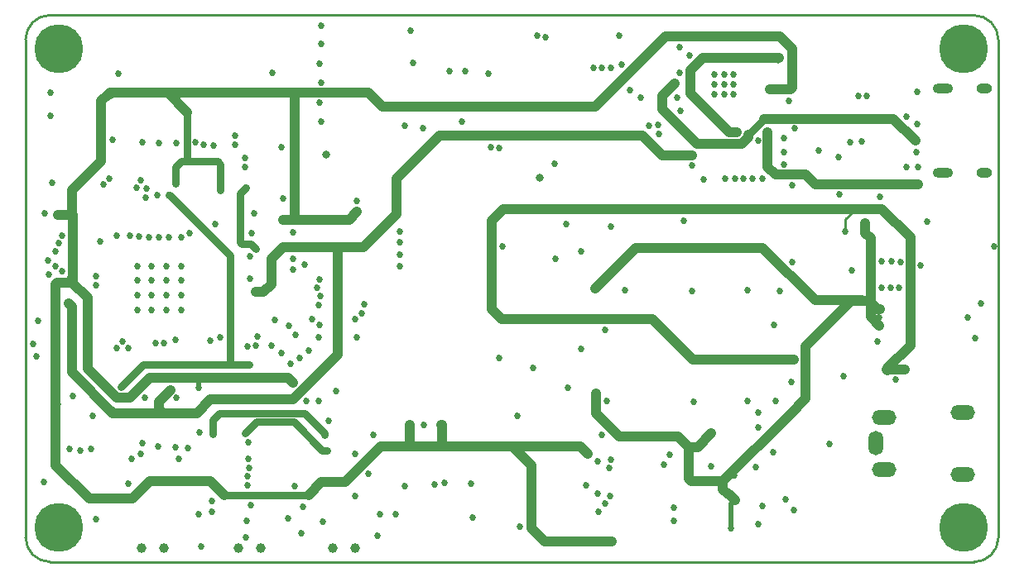
<source format=gbr>
%TF.GenerationSoftware,KiCad,Pcbnew,(6.0.4)*%
%TF.CreationDate,2023-03-22T18:48:27+03:00*%
%TF.ProjectId,mp3_test_board,6d70335f-7465-4737-945f-626f6172642e,rev?*%
%TF.SameCoordinates,Original*%
%TF.FileFunction,Copper,L2,Inr*%
%TF.FilePolarity,Positive*%
%FSLAX46Y46*%
G04 Gerber Fmt 4.6, Leading zero omitted, Abs format (unit mm)*
G04 Created by KiCad (PCBNEW (6.0.4)) date 2023-03-22 18:48:27*
%MOMM*%
%LPD*%
G01*
G04 APERTURE LIST*
%TA.AperFunction,Profile*%
%ADD10C,0.250000*%
%TD*%
%TA.AperFunction,ComponentPad*%
%ADD11C,1.000000*%
%TD*%
%TA.AperFunction,ComponentPad*%
%ADD12C,5.000000*%
%TD*%
%TA.AperFunction,ComponentPad*%
%ADD13C,0.800000*%
%TD*%
%TA.AperFunction,ComponentPad*%
%ADD14O,1.500000X2.500000*%
%TD*%
%TA.AperFunction,ComponentPad*%
%ADD15O,2.500000X1.500000*%
%TD*%
%TA.AperFunction,ComponentPad*%
%ADD16O,2.100000X1.000000*%
%TD*%
%TA.AperFunction,ComponentPad*%
%ADD17O,1.600000X1.000000*%
%TD*%
%TA.AperFunction,ViaPad*%
%ADD18C,0.685800*%
%TD*%
%TA.AperFunction,ViaPad*%
%ADD19C,0.800000*%
%TD*%
%TA.AperFunction,Conductor*%
%ADD20C,1.016000*%
%TD*%
%TA.AperFunction,Conductor*%
%ADD21C,1.000000*%
%TD*%
%TA.AperFunction,Conductor*%
%ADD22C,0.800000*%
%TD*%
%TA.AperFunction,Conductor*%
%ADD23C,0.762000*%
%TD*%
%TA.AperFunction,Conductor*%
%ADD24C,0.508000*%
%TD*%
%TA.AperFunction,Conductor*%
%ADD25C,0.127000*%
%TD*%
%TA.AperFunction,Conductor*%
%ADD26C,0.250000*%
%TD*%
G04 APERTURE END LIST*
D10*
X173460000Y-99250000D02*
G75*
G03*
X175960000Y-96750000I-100J2500100D01*
G01*
X175960000Y-45750000D02*
G75*
G03*
X173460000Y-43250000I-2500000J0D01*
G01*
X78967767Y-43232167D02*
G75*
G03*
X76467767Y-45732233I33J-2500033D01*
G01*
X76467767Y-45732233D02*
X76467767Y-96732233D01*
X78967767Y-99232233D02*
X173467767Y-99232233D01*
X175960000Y-96750000D02*
X175960000Y-45750000D01*
X173467767Y-43232233D02*
X78967767Y-43232233D01*
X76467767Y-96732233D02*
G75*
G03*
X78967767Y-99232233I2500033J33D01*
G01*
D11*
%TO.N,*%
%TO.C,SW7*%
X107850000Y-97852500D03*
X110150000Y-97852500D03*
%TD*%
%TO.N,*%
%TO.C,SW6*%
X100550000Y-97780000D03*
X98250000Y-97780000D03*
%TD*%
D12*
%TO.N,N/C*%
%TO.C,H4*%
X172400000Y-46700000D03*
D13*
X173725825Y-48025825D03*
X174275000Y-46700000D03*
X170525000Y-46700000D03*
X171074175Y-48025825D03*
X173725825Y-45374175D03*
X172400000Y-44825000D03*
X171074175Y-45374175D03*
X172400000Y-48575000D03*
%TD*%
%TO.N,N/C*%
%TO.C,H2*%
X79900000Y-48575000D03*
X81225825Y-45374175D03*
X78574175Y-45374175D03*
D12*
X79900000Y-46700000D03*
D13*
X79900000Y-44825000D03*
X81225825Y-48025825D03*
X81775000Y-46700000D03*
X78574175Y-48025825D03*
X78025000Y-46700000D03*
%TD*%
%TO.N,N/C*%
%TO.C,H1*%
X81225825Y-97025825D03*
X81775000Y-95700000D03*
X78574175Y-97025825D03*
D12*
X79900000Y-95700000D03*
D13*
X79900000Y-93825000D03*
X79900000Y-97575000D03*
X81225825Y-94374175D03*
X78025000Y-95700000D03*
X78574175Y-94374175D03*
%TD*%
D11*
%TO.N,*%
%TO.C,SW8*%
X88350000Y-97780000D03*
X90650000Y-97780000D03*
%TD*%
D13*
%TO.N,N/C*%
%TO.C,H3*%
X174275000Y-95700000D03*
X173725825Y-97025825D03*
X171074175Y-94374175D03*
X171074175Y-97025825D03*
D12*
X172400000Y-95700000D03*
D13*
X170525000Y-95700000D03*
X173725825Y-94374175D03*
X172400000Y-97575000D03*
X172400000Y-93825000D03*
%TD*%
D14*
%TO.N,GND*%
%TO.C,J2*%
X163395000Y-87100000D03*
D15*
%TO.N,unconnected-(J2-Pad2)*%
X164295000Y-84450000D03*
%TO.N,Net-(D10-Pad2)*%
X172295000Y-90300000D03*
X172295000Y-83900000D03*
%TO.N,Net-(D9-Pad2)*%
X164295000Y-89750000D03*
%TD*%
D16*
%TO.N,GND*%
%TO.C,P2*%
X170325000Y-59390000D03*
X170325000Y-50750000D03*
D17*
X174505000Y-50750000D03*
X174505000Y-59390000D03*
%TD*%
D18*
%TO.N,+3V3*%
X133961747Y-88173555D03*
X107042700Y-64123938D03*
X94301140Y-90939455D03*
X84800000Y-51400000D03*
X154722700Y-50803938D03*
X83641747Y-92880055D03*
X152550000Y-50800000D03*
X103721408Y-80873216D03*
X139200000Y-48100000D03*
X102800000Y-64200000D03*
X112946020Y-52603980D03*
X94190000Y-81420000D03*
X91780000Y-60500000D03*
X96371564Y-61171564D03*
X101862358Y-80364166D03*
X119011747Y-85198555D03*
X79509100Y-74303938D03*
X153689132Y-50800000D03*
X115741747Y-85189949D03*
X110363806Y-63391630D03*
X88461747Y-81043555D03*
X153689132Y-50800000D03*
X79905000Y-63695000D03*
X136425747Y-97171555D03*
X154533762Y-51995000D03*
X103806445Y-92393555D03*
%TO.N,GND*%
X151807700Y-93478938D03*
X87870000Y-70420000D03*
X117082700Y-54803938D03*
X90870000Y-68920000D03*
X95531747Y-94063555D03*
X98942700Y-58783938D03*
X103301747Y-94783555D03*
X79030000Y-53570000D03*
X79203364Y-60413938D03*
X148900000Y-49300000D03*
X164032700Y-71143938D03*
X83640000Y-94830000D03*
X78812700Y-69833938D03*
X81264747Y-82220055D03*
X88208280Y-60143328D03*
X153991747Y-55863555D03*
X163570000Y-76630000D03*
X148900000Y-50300000D03*
X94161747Y-94373555D03*
X167732462Y-58793700D03*
X114740000Y-68990000D03*
X134950400Y-88922876D03*
X90870000Y-73420000D03*
X151411747Y-85487555D03*
X154010000Y-57300000D03*
X98942700Y-57873938D03*
X138243761Y-50924999D03*
X173601638Y-76325000D03*
X83141747Y-87650555D03*
X175500000Y-66900000D03*
X106672700Y-44293938D03*
X114740000Y-66520000D03*
X150800000Y-60000000D03*
X77531747Y-78193555D03*
X137750000Y-71400421D03*
X112670000Y-94310000D03*
X106660000Y-54090000D03*
X151800000Y-60000000D03*
X114730000Y-67750000D03*
X90870000Y-70420000D03*
X167665900Y-51100000D03*
X161672700Y-51513938D03*
X162482700Y-51533938D03*
X135878600Y-82725370D03*
X165934700Y-68513938D03*
X87870000Y-71920000D03*
X135750000Y-75425000D03*
X149000000Y-60000000D03*
X148900000Y-51300000D03*
X92370000Y-73420000D03*
X92370000Y-70420000D03*
X164012700Y-68433938D03*
X116058762Y-48100000D03*
X164972700Y-71143938D03*
X146900000Y-49300000D03*
X124900000Y-78386638D03*
X165032700Y-68463938D03*
X160992700Y-69373938D03*
X105166842Y-82718650D03*
X88665115Y-82395115D03*
X106721747Y-50149600D03*
X87870000Y-68920000D03*
X146900000Y-51300000D03*
X106421747Y-82719150D03*
X114341747Y-94318555D03*
X103802700Y-69303938D03*
X90870000Y-71920000D03*
X91880000Y-82440000D03*
X79000000Y-51200000D03*
X160100500Y-80200000D03*
X123800000Y-49200000D03*
X103782700Y-65463938D03*
X102620000Y-56730000D03*
X103782700Y-68153938D03*
X77738032Y-74522857D03*
X147900000Y-51300000D03*
X92370000Y-71920000D03*
X144800000Y-82875000D03*
X155142700Y-54843938D03*
X153175000Y-82775000D03*
X168035500Y-68853938D03*
X106830000Y-95120000D03*
X146900000Y-50300000D03*
X139400000Y-51700000D03*
X78420000Y-63540000D03*
X125235000Y-66956238D03*
X99020000Y-96676555D03*
X168700000Y-64400000D03*
X106721747Y-46203555D03*
X87870000Y-73420000D03*
X108210000Y-81740000D03*
X135409747Y-86249555D03*
X89370000Y-70420000D03*
X162000000Y-56200000D03*
X86944149Y-91229149D03*
X151157747Y-89551555D03*
X150300000Y-82775000D03*
X135412700Y-48653938D03*
X149900000Y-60000000D03*
X133771747Y-91403555D03*
X153600000Y-71500000D03*
X165772700Y-71153938D03*
X159582700Y-57773938D03*
X148000000Y-60000000D03*
X147900000Y-49300000D03*
X82091747Y-87803555D03*
X143381747Y-46533555D03*
X101746200Y-49146200D03*
X106542700Y-48243938D03*
X136325000Y-64910000D03*
X94231747Y-85963555D03*
X78321747Y-91071745D03*
X85921400Y-49200000D03*
X89370000Y-73420000D03*
X115804381Y-44795619D03*
X95501747Y-92962400D03*
X147900000Y-50300000D03*
X136292700Y-48663938D03*
X151411747Y-95393555D03*
X85371747Y-56023555D03*
X101625371Y-77086891D03*
X103950000Y-91430000D03*
X114740000Y-65400000D03*
X117201747Y-85189949D03*
X134592700Y-48633938D03*
X146607700Y-89478938D03*
X150335000Y-71420000D03*
X107420000Y-84814155D03*
X94420000Y-97680000D03*
X163570000Y-76630000D03*
X89370000Y-68920000D03*
X85747828Y-77291808D03*
X154040967Y-58498576D03*
X106550000Y-52200000D03*
X144625000Y-71450000D03*
X102800000Y-62000000D03*
X89370000Y-71920000D03*
X92370000Y-68920000D03*
%TO.N,+1V8A*%
X99339147Y-79018736D03*
X86224321Y-81285679D03*
X91140719Y-61659100D03*
%TO.N,Net-(C5-Pad2)*%
X84467800Y-60592797D03*
X92388385Y-65976917D03*
%TO.N,Net-(C6-Pad2)*%
X85057836Y-59932782D03*
X93201747Y-65563555D03*
%TO.N,VBUS*%
X159252700Y-53873938D03*
X160242700Y-53873938D03*
X167472700Y-56093938D03*
X158232700Y-53893938D03*
X142843193Y-50244431D03*
%TO.N,+5VA*%
X157682100Y-72403600D03*
X148607700Y-95752276D03*
X162360000Y-65540000D03*
X134750000Y-71200000D03*
X163800000Y-74190000D03*
X163850000Y-73320000D03*
X149007700Y-92878938D03*
X154582700Y-84153938D03*
X146607700Y-86078938D03*
X163790000Y-75020000D03*
X134836200Y-82000000D03*
X148907700Y-90378938D03*
X163857747Y-61865555D03*
X162360000Y-64520000D03*
%TO.N,-5VA*%
X164651747Y-79583555D03*
X165452700Y-80523938D03*
X166402700Y-79553938D03*
X165472700Y-79533938D03*
X125154539Y-74382100D03*
X160290000Y-65350000D03*
X155050000Y-78550000D03*
X125300000Y-63075000D03*
%TO.N,Net-(C61-Pad1)*%
X141224102Y-55432536D03*
X143106209Y-51662961D03*
X140212700Y-54513938D03*
X141150000Y-54500000D03*
%TO.N,Net-(R53-Pad1)*%
X99400000Y-70200000D03*
X104972700Y-68753938D03*
%TO.N,VCC*%
X166902700Y-60563938D03*
X153512700Y-47633938D03*
X149182700Y-55203938D03*
X167702700Y-60563938D03*
X151411747Y-56093938D03*
X152312700Y-55233938D03*
X144439288Y-50765514D03*
X152302700Y-56053938D03*
%TO.N,Net-(C71-Pad2)*%
X172832700Y-74203938D03*
%TO.N,/SOC/SDC_D1*%
X88430000Y-56220000D03*
%TO.N,/SOC/SDC_D0*%
X90103854Y-56365910D03*
%TO.N,/SOC/SDC_CLK*%
X91852700Y-56303938D03*
X87822731Y-60940267D03*
%TO.N,/SOC/SDC_CMD*%
X93830000Y-56250000D03*
X88856230Y-60965924D03*
%TO.N,/SOC/SDC_D3*%
X88777366Y-61901661D03*
X94685717Y-56476951D03*
%TO.N,/SOC/SDC_D2*%
X89907331Y-61628569D03*
X95687115Y-56621476D03*
%TO.N,Net-(D10-Pad2)*%
X155082700Y-93953938D03*
X158682700Y-87153938D03*
%TO.N,Net-(D12-Pad1)*%
X126771747Y-84243555D03*
D19*
X129010000Y-59870000D03*
D18*
X130556000Y-58420000D03*
X127025302Y-95610000D03*
X104840000Y-93550000D03*
%TO.N,/SOC/LCD_RS*%
X103603143Y-78948866D03*
X110353230Y-76186770D03*
%TO.N,/SOC/LCD_WR*%
X106463868Y-76258911D03*
X102610679Y-77859321D03*
%TO.N,/SOC/LCD_RD*%
X103410000Y-75040000D03*
X106530000Y-74990000D03*
%TO.N,/SOC/LCD_D3*%
X101991564Y-74478436D03*
X105736110Y-74384100D03*
%TO.N,/SOC/LCD_D4*%
X110193653Y-74382875D03*
X104090000Y-75950000D03*
%TO.N,/SOC/LCD_D5*%
X110860000Y-73800000D03*
X105470000Y-77575900D03*
%TO.N,/SOC/LCD_D6*%
X104530000Y-78380000D03*
X111140000Y-72830000D03*
%TO.N,/SOC/LCD_D7*%
X106440000Y-72950000D03*
X100150000Y-76170000D03*
%TO.N,/SOC/LCD_D10*%
X100038217Y-77048215D03*
X106640154Y-72022937D03*
%TO.N,/SOC/LCD_D11*%
X106240000Y-71130000D03*
X99160000Y-77160000D03*
%TO.N,/SOC/LCD_D12*%
X106539408Y-70296864D03*
X96391747Y-76213555D03*
%TO.N,Net-(P2-PadA7)*%
X167590000Y-57280000D03*
X167650000Y-54370000D03*
%TO.N,/SOC/LCD_PWM*%
X99430000Y-67950895D03*
X121100000Y-54100000D03*
%TO.N,/SOC/KEYS*%
X77235847Y-76868518D03*
X99517247Y-93383094D03*
X99110000Y-95030000D03*
X104630000Y-96280000D03*
%TO.N,/SOC/FLASH_SPI_CS*%
X122191747Y-94648555D03*
X118281747Y-91278555D03*
X90111747Y-65993555D03*
%TO.N,Net-(R7-Pad1)*%
X112438694Y-96552500D03*
X154205747Y-92853555D03*
%TO.N,Net-(R10-Pad1)*%
X152935747Y-88027555D03*
%TO.N,Net-(R10-Pad2)*%
X154915724Y-60640400D03*
X151411747Y-83963555D03*
%TO.N,Net-(R11-Pad2)*%
X157563266Y-57108938D03*
%TO.N,Net-(R12-Pad2)*%
X159720000Y-61564338D03*
%TO.N,/SOC/USB_DM*%
X128800000Y-45300000D03*
X97882700Y-55603938D03*
X83690000Y-69940000D03*
X166532700Y-58753938D03*
%TO.N,/SOC/USB_DP*%
X97882700Y-56489241D03*
X83674963Y-70883250D03*
X129667090Y-45478652D03*
X166596256Y-53603826D03*
%TO.N,Net-(C41-Pad1)*%
X142740400Y-93682876D03*
X130647130Y-68187206D03*
%TO.N,Net-(C42-Pad1)*%
X131950000Y-81400000D03*
X142340400Y-88282876D03*
X128350000Y-79400000D03*
%TO.N,Net-(C43-Pad1)*%
X133299500Y-77403938D03*
X141740400Y-89282876D03*
%TO.N,Net-(C44-Pad1)*%
X142790400Y-95032876D03*
X131750000Y-64600000D03*
X133291500Y-67400000D03*
%TO.N,Net-(C49-Pad2)*%
X154915456Y-68551764D03*
X143808191Y-64328447D03*
%TO.N,Net-(C51-Pad2)*%
X153000000Y-75000000D03*
X154800000Y-80800000D03*
%TO.N,/NewDAC/I2C_SCL*%
X137432700Y-48253938D03*
X137189927Y-45311165D03*
X124069069Y-56729083D03*
X136332700Y-88753938D03*
X86998311Y-77326991D03*
%TO.N,/NewDAC/I2C_SDIN*%
X144400000Y-47400000D03*
X136133631Y-89616569D03*
X86390691Y-76683129D03*
X124896874Y-56840750D03*
%TO.N,/Power/AUDIO_PWR_EN*%
X174200000Y-72800000D03*
X95361747Y-76563555D03*
%TO.N,DEBUG_UART_RX*%
X121400000Y-49000000D03*
X99880000Y-63540000D03*
%TO.N,DEBUG_UART_TX*%
X119800000Y-49000000D03*
X99569393Y-65544814D03*
%TO.N,/SOC/FLASH_SPI_MOSI*%
X89081747Y-65963555D03*
X115221747Y-91464455D03*
%TO.N,/NewDAC/I2S_MCLK*%
X134971564Y-92271564D03*
X112020000Y-86220000D03*
%TO.N,/SOC/FLASH_SPI_HOLD*%
X85821747Y-65803555D03*
X110181747Y-92445455D03*
%TO.N,/SOC/FLASH_SPI_WP*%
X87101747Y-65833555D03*
X122011747Y-91208555D03*
%TO.N,/SOC/FLASH_SPI_CLK*%
X111543100Y-90188555D03*
X91151747Y-65993555D03*
%TO.N,/NewDAC/I2S_LRCK*%
X110160000Y-88150000D03*
X135030000Y-94135900D03*
X91820959Y-76471537D03*
%TO.N,/NewDAC/I2S_BCLK*%
X136273997Y-92485338D03*
X89725481Y-76798038D03*
%TO.N,/NewDAC/I2S_DIN*%
X135780000Y-93220000D03*
X90611862Y-76798038D03*
%TO.N,/Power/IRQ*%
X143345000Y-49105900D03*
X143442322Y-53022870D03*
%TO.N,+1V8B*%
X100000000Y-67200000D03*
X98967745Y-60942861D03*
%TO.N,+0V9*%
X145800000Y-60100000D03*
X144600000Y-57600000D03*
X91255092Y-81637264D03*
X82021747Y-80760955D03*
X80884847Y-72793555D03*
X100050955Y-71605900D03*
X144662700Y-58613938D03*
%TO.N,/SOC/FLASH_SPI_MISO*%
X88061747Y-65903555D03*
X119331747Y-91148555D03*
%TO.N,/Power/PWR_KEY*%
X95866195Y-64657643D03*
D19*
X107190000Y-57500000D03*
D18*
%TO.N,Net-(C76-Pad2)*%
X80920000Y-87650555D03*
X87270000Y-88716555D03*
%TO.N,Net-(C60-Pad1)*%
X107321747Y-87798555D03*
X98899644Y-86090356D03*
%TO.N,/SOC/WIFI_SDIO_CMD*%
X90001747Y-87383555D03*
X80234638Y-69480871D03*
X99307816Y-89588936D03*
%TO.N,/SOC/WIFI_SDIO_D0*%
X92165183Y-88690119D03*
X79523906Y-68953025D03*
X99277281Y-88704160D03*
%TO.N,/SOC/WIFI_SDIO_CLK*%
X78791009Y-68347125D03*
X91817721Y-87485785D03*
%TO.N,/SOC/WIFI_SDIO_D1*%
X79513004Y-67426584D03*
X93051747Y-87543555D03*
X99287165Y-86963756D03*
%TO.N,/SOC/WIFI_SDIO_D2*%
X88391747Y-87063555D03*
X99206024Y-90468367D03*
X79863989Y-66613829D03*
%TO.N,/SOC/WIFI_SDIO_D3*%
X80214973Y-65801075D03*
X88261747Y-88143555D03*
X99191747Y-91353555D03*
%TO.N,Net-(L1-Pad1)*%
X95568398Y-86095896D03*
X107029180Y-86257655D03*
%TO.N,Net-(P1-Pad38)*%
X115254264Y-54575502D03*
X110372700Y-62283938D03*
%TO.N,Net-(R13-Pad2)*%
X160842700Y-56233938D03*
%TO.N,/SOC/WIFI_REG_ON*%
X83365698Y-84269574D03*
X84089420Y-66383555D03*
%TD*%
D20*
%TO.N,+3V3*%
X102800000Y-64200000D02*
X109555436Y-64200000D01*
D21*
X81241747Y-70631747D02*
X79668253Y-70631747D01*
X79905000Y-63695000D02*
X81105000Y-63695000D01*
D22*
X96082700Y-58203938D02*
X92396062Y-58203938D01*
D23*
X92961995Y-57761995D02*
X92961995Y-55883000D01*
D21*
X94482358Y-80364166D02*
X89141136Y-80364166D01*
D24*
X94190000Y-80656524D02*
X94482358Y-80364166D01*
D21*
X82960000Y-92760000D02*
X79530000Y-89330000D01*
X81277538Y-70477538D02*
X81277538Y-63695000D01*
X101862358Y-80364166D02*
X103272358Y-80364166D01*
X79530000Y-89330000D02*
X79530000Y-86390000D01*
X85768687Y-82385679D02*
X87119623Y-82385679D01*
D22*
X91780000Y-58820000D02*
X91780000Y-60500000D01*
D20*
X84200000Y-52000000D02*
X84897580Y-51302420D01*
X103000000Y-51200000D02*
X111542040Y-51200000D01*
X119020000Y-85206808D02*
X119020000Y-87230000D01*
X119020000Y-87230000D02*
X118850000Y-87400000D01*
D21*
X82800000Y-72190000D02*
X82800000Y-79416992D01*
X115590000Y-87400000D02*
X115740000Y-87250000D01*
X101862358Y-80364166D02*
X94482358Y-80364166D01*
D25*
X96082700Y-58203938D02*
X95796062Y-58203938D01*
D21*
X112830000Y-87400000D02*
X113650000Y-87400000D01*
D20*
X136425747Y-97171555D02*
X133123747Y-97171555D01*
X133188192Y-87400000D02*
X133961747Y-88173555D01*
X112946020Y-52603980D02*
X134696020Y-52603980D01*
D21*
X105401747Y-92393555D02*
X106715302Y-91080000D01*
D20*
X128200000Y-95791238D02*
X128200000Y-89341238D01*
D21*
X89178762Y-90960000D02*
X87378762Y-92760000D01*
D20*
X152550000Y-50800000D02*
X154726638Y-50800000D01*
X85100000Y-51200000D02*
X91000000Y-51200000D01*
D25*
X114600000Y-87370000D02*
X114570000Y-87400000D01*
D20*
X128200000Y-89341238D02*
X126258762Y-87400000D01*
D25*
X113971747Y-87078253D02*
X113650000Y-87400000D01*
D21*
X82800000Y-79416992D02*
X85768687Y-82385679D01*
X81277538Y-63695000D02*
X79789101Y-63695000D01*
D22*
X96371564Y-58492802D02*
X96082700Y-58203938D01*
D21*
X79668253Y-70631747D02*
X79509100Y-70790900D01*
D20*
X119011747Y-85198555D02*
X119020000Y-85206808D01*
X91000000Y-51200000D02*
X103000000Y-51200000D01*
D23*
X92991747Y-53208253D02*
X92991747Y-55836742D01*
D21*
X81200000Y-61200000D02*
X84200000Y-58200000D01*
D20*
X91000000Y-51200000D02*
X93000000Y-53200000D01*
D22*
X92396062Y-58203938D02*
X91780000Y-58820000D01*
D21*
X114570000Y-87400000D02*
X113650000Y-87400000D01*
D20*
X111542040Y-51200000D02*
X112946020Y-52603980D01*
D21*
X89141136Y-80364166D02*
X88461747Y-81043555D01*
D22*
X96371564Y-61171564D02*
X96371564Y-58492802D01*
D20*
X134696020Y-52603980D02*
X139200000Y-48100000D01*
X109555436Y-64200000D02*
X110363806Y-63391630D01*
D21*
X87119623Y-82385679D02*
X88461747Y-81043555D01*
D20*
X126258762Y-87400000D02*
X133188192Y-87400000D01*
X129580317Y-97171555D02*
X128200000Y-95791238D01*
D21*
X154726638Y-50800000D02*
X154722700Y-50803938D01*
X115590000Y-87400000D02*
X118850000Y-87400000D01*
X95328192Y-90960000D02*
X89178762Y-90960000D01*
X115740000Y-85191696D02*
X115741747Y-85189949D01*
D25*
X85100000Y-51302420D02*
X85100000Y-51200000D01*
D24*
X79530000Y-83405302D02*
X79530000Y-86390000D01*
D21*
X96761747Y-92393555D02*
X95328192Y-90960000D01*
X114570000Y-87400000D02*
X115590000Y-87400000D01*
D25*
X93000000Y-55844995D02*
X92961995Y-55883000D01*
D24*
X79861747Y-83073555D02*
X79530000Y-83405302D01*
D21*
X154726638Y-50800000D02*
X154907598Y-50619040D01*
X81200000Y-63600000D02*
X81200000Y-61200000D01*
X79509100Y-74303938D02*
X79530000Y-74324838D01*
X79530000Y-74324838D02*
X79530000Y-86390000D01*
D24*
X94190000Y-81420000D02*
X94190000Y-80656524D01*
D21*
X87378762Y-92760000D02*
X82960000Y-92760000D01*
D25*
X79789101Y-63695000D02*
X79905000Y-63695000D01*
D23*
X96761747Y-92393555D02*
X105401747Y-92393555D01*
D21*
X106715302Y-91080000D02*
X109150000Y-91080000D01*
X109150000Y-91080000D02*
X112830000Y-87400000D01*
D25*
X104200000Y-51200000D02*
X103000000Y-51200000D01*
D20*
X104000000Y-63000000D02*
X104000000Y-51400000D01*
X141900000Y-45400000D02*
X139200000Y-48100000D01*
X154907598Y-46707598D02*
X153600000Y-45400000D01*
X84200000Y-58200000D02*
X84200000Y-52000000D01*
D21*
X84897580Y-51302420D02*
X85100000Y-51302420D01*
D23*
X92991747Y-55836742D02*
X93000000Y-55844995D01*
D20*
X153600000Y-45400000D02*
X141900000Y-45400000D01*
D21*
X115740000Y-87250000D02*
X115740000Y-85191696D01*
D20*
X104000000Y-64200000D02*
X104000000Y-63000000D01*
D25*
X94566952Y-80448760D02*
X94482358Y-80364166D01*
D20*
X102800000Y-64200000D02*
X104000000Y-64200000D01*
D21*
X81241747Y-70631747D02*
X82800000Y-72190000D01*
D23*
X93000000Y-53200000D02*
X92991747Y-53208253D01*
D21*
X104000000Y-51400000D02*
X104200000Y-51200000D01*
D20*
X133123747Y-97171555D02*
X129580317Y-97171555D01*
D21*
X81241747Y-70093555D02*
X81241747Y-70631747D01*
X81105000Y-63695000D02*
X81200000Y-63600000D01*
D26*
X92934995Y-55910000D02*
X92961995Y-55883000D01*
D21*
X103272358Y-80364166D02*
X103799911Y-80891719D01*
X118850000Y-87400000D02*
X126258762Y-87400000D01*
X79509100Y-70790900D02*
X79509100Y-74303938D01*
D20*
X154907598Y-50619040D02*
X154907598Y-46707598D01*
D25*
%TO.N,GND*%
X117241747Y-85083555D02*
X117241747Y-85173555D01*
D22*
%TO.N,+1V8A*%
X97400000Y-79000000D02*
X97400000Y-67850000D01*
X91209100Y-61659100D02*
X91140719Y-61659100D01*
X99339147Y-79018736D02*
X99320411Y-79000000D01*
X99320411Y-79000000D02*
X88510000Y-79000000D01*
X97400000Y-67850000D02*
X91209100Y-61659100D01*
X88510000Y-79000000D02*
X86224321Y-81285679D01*
D20*
%TO.N,VBUS*%
X167472700Y-56093938D02*
X165241896Y-53863134D01*
X141564214Y-51523410D02*
X141564214Y-52835452D01*
X141564214Y-52835452D02*
X145179084Y-56450322D01*
X145179084Y-56450322D02*
X149714980Y-56450322D01*
X158263504Y-53863134D02*
X158232700Y-53893938D01*
D23*
X150395747Y-55515555D02*
X152017364Y-53893938D01*
D20*
X142843193Y-50244431D02*
X141564214Y-51523410D01*
X150395747Y-55769555D02*
X150395747Y-55515555D01*
X152017364Y-53893938D02*
X158232700Y-53893938D01*
X165241896Y-53863134D02*
X158263504Y-53863134D01*
X149714980Y-56450322D02*
X150395747Y-55769555D01*
%TO.N,+5VA*%
X144550000Y-91000000D02*
X144250000Y-90700000D01*
X148363747Y-92345555D02*
X147800000Y-91781808D01*
X147800000Y-91781808D02*
X147800000Y-91000000D01*
D21*
X144282700Y-87502508D02*
X144282700Y-90667300D01*
X134836200Y-84036200D02*
X137200000Y-86400000D01*
X161949792Y-72403600D02*
X162079747Y-72533555D01*
D20*
X160880000Y-72490000D02*
X156215520Y-77154480D01*
X162890000Y-74120000D02*
X162890000Y-66070000D01*
X162770000Y-72490000D02*
X160880000Y-72490000D01*
X148474317Y-92345555D02*
X149007700Y-92878938D01*
X162360000Y-64520000D02*
X162360000Y-65540000D01*
D21*
X137200000Y-86400000D02*
X143180192Y-86400000D01*
D20*
X163850000Y-73320000D02*
X163600000Y-73320000D01*
D21*
X143180192Y-86400000D02*
X144282700Y-87502508D01*
X144282700Y-87502508D02*
X145184130Y-87502508D01*
D20*
X154582700Y-84217300D02*
X147800000Y-91000000D01*
D21*
X138896062Y-67053938D02*
X151862700Y-67053938D01*
X151862700Y-67053938D02*
X157212362Y-72403600D01*
X134750000Y-71200000D02*
X138896062Y-67053938D01*
D20*
X162890000Y-66070000D02*
X162360000Y-65540000D01*
D26*
X148363747Y-92345555D02*
X148474317Y-92345555D01*
D21*
X134836200Y-82000000D02*
X134836200Y-84036200D01*
X157212362Y-72403600D02*
X157682100Y-72403600D01*
D20*
X147800000Y-91000000D02*
X144550000Y-91000000D01*
D24*
X148607700Y-95752276D02*
X148607700Y-93278938D01*
D20*
X156215520Y-77154480D02*
X156215520Y-82521118D01*
X154582700Y-84153938D02*
X154582700Y-84217300D01*
D21*
X157682100Y-72403600D02*
X161949792Y-72403600D01*
D20*
X144350000Y-90800000D02*
X144250000Y-90700000D01*
X156215520Y-82521118D02*
X154582700Y-84153938D01*
D21*
X145184130Y-87502508D02*
X146607700Y-86078938D01*
D20*
X163790000Y-75020000D02*
X162890000Y-74120000D01*
X163600000Y-73320000D02*
X162770000Y-72490000D01*
D24*
X148607700Y-93278938D02*
X149007700Y-92878938D01*
D20*
%TO.N,-5VA*%
X161375000Y-63075000D02*
X164045000Y-63075000D01*
D26*
X160290000Y-64160000D02*
X161375000Y-63075000D01*
D20*
X124100000Y-73327561D02*
X124100000Y-64275000D01*
X140582100Y-74382100D02*
X144750000Y-78550000D01*
X164045000Y-63075000D02*
X166985100Y-66015100D01*
D26*
X160290000Y-65350000D02*
X160290000Y-64160000D01*
D20*
X166985100Y-66015100D02*
X166985100Y-77041538D01*
D24*
X164512700Y-79553938D02*
X164542317Y-79583555D01*
D20*
X164651747Y-79374891D02*
X164651747Y-79583555D01*
D24*
X164542317Y-79583555D02*
X164651747Y-79583555D01*
D20*
X125154539Y-74382100D02*
X124100000Y-73327561D01*
X166402700Y-79553938D02*
X164512700Y-79553938D01*
X125154539Y-74382100D02*
X140582100Y-74382100D01*
X144750000Y-78550000D02*
X155050000Y-78550000D01*
X166985100Y-77041538D02*
X164651747Y-79374891D01*
X125300000Y-63075000D02*
X161375000Y-63075000D01*
X124100000Y-64275000D02*
X125300000Y-63075000D01*
D21*
%TO.N,VCC*%
X144439288Y-50765514D02*
X144439288Y-51224050D01*
D20*
X144439288Y-51224050D02*
X148419176Y-55203938D01*
X145702700Y-47633938D02*
X153512700Y-47633938D01*
X157223938Y-60563938D02*
X167702700Y-60563938D01*
X156250000Y-59590000D02*
X157223938Y-60563938D01*
X144439288Y-48897350D02*
X145702700Y-47633938D01*
D25*
X153512700Y-47973938D02*
X153512700Y-47633938D01*
D20*
X148419176Y-55203938D02*
X149182700Y-55203938D01*
X152302700Y-56053938D02*
X152370000Y-56121238D01*
X152302700Y-56053938D02*
X152302700Y-55243938D01*
D25*
X153400000Y-48086638D02*
X153512700Y-47973938D01*
D20*
X152370000Y-58750000D02*
X153210000Y-59590000D01*
X144439288Y-50765514D02*
X144439288Y-48897350D01*
X153210000Y-59590000D02*
X156250000Y-59590000D01*
X152302700Y-55243938D02*
X152312700Y-55233938D01*
X152370000Y-56121238D02*
X152370000Y-58750000D01*
D23*
%TO.N,+1V8B*%
X98400000Y-66511808D02*
X98400000Y-61510606D01*
X99491555Y-66691555D02*
X98579747Y-66691555D01*
X100000000Y-67200000D02*
X99491555Y-66691555D01*
X98400000Y-61510606D02*
X98967745Y-60942861D01*
X98579747Y-66691555D02*
X98400000Y-66511808D01*
D20*
%TO.N,+0V9*%
X90210000Y-84000000D02*
X90340000Y-83870000D01*
X95372747Y-82592555D02*
X93965302Y-84000000D01*
D21*
X114400000Y-60000000D02*
X114400000Y-63600000D01*
D20*
X103807445Y-82592555D02*
X95372747Y-82592555D01*
D21*
X141583834Y-57600000D02*
X139587772Y-55603938D01*
X139587772Y-55603938D02*
X118796062Y-55603938D01*
D20*
X90091747Y-83621747D02*
X90340000Y-83870000D01*
X111000000Y-67000000D02*
X102800000Y-67000000D01*
X85400000Y-84000000D02*
X85200000Y-83800000D01*
D21*
X144600000Y-57600000D02*
X141583834Y-57600000D01*
D20*
X80884847Y-72793555D02*
X81200000Y-73108708D01*
X108400000Y-78000000D02*
X103807445Y-82592555D01*
X81200000Y-73108708D02*
X81200000Y-79800000D01*
X102800000Y-67000000D02*
X101600000Y-68200000D01*
X101600000Y-68200000D02*
X101600000Y-70800000D01*
X90470000Y-84000000D02*
X90340000Y-83870000D01*
X108400000Y-67400000D02*
X108400000Y-78000000D01*
D21*
X118796062Y-55603938D02*
X114400000Y-60000000D01*
D20*
X100794100Y-71605900D02*
X100050955Y-71605900D01*
X101600000Y-70800000D02*
X100794100Y-71605900D01*
X81200000Y-79800000D02*
X85400000Y-84000000D01*
X91255092Y-81637264D02*
X90091747Y-82800609D01*
X90091747Y-82800609D02*
X90091747Y-83621747D01*
X85400000Y-84000000D02*
X90210000Y-84000000D01*
X93965302Y-84000000D02*
X90470000Y-84000000D01*
D21*
X114400000Y-63600000D02*
X111000000Y-67000000D01*
D20*
X108600000Y-67200000D02*
X108400000Y-67400000D01*
D23*
%TO.N,Net-(C60-Pad1)*%
X98899644Y-86090356D02*
X100090000Y-84900000D01*
X103870000Y-84900000D02*
X106768555Y-87798555D01*
X106768555Y-87798555D02*
X107321747Y-87798555D01*
X100090000Y-84900000D02*
X103870000Y-84900000D01*
%TO.N,Net-(L1-Pad1)*%
X95568398Y-84691602D02*
X95568398Y-86095896D01*
X107029180Y-86257655D02*
X107029180Y-86009180D01*
X96280000Y-83980000D02*
X95568398Y-84691602D01*
X107029180Y-86009180D02*
X105000000Y-83980000D01*
X105000000Y-83980000D02*
X96280000Y-83980000D01*
%TD*%
M02*

</source>
